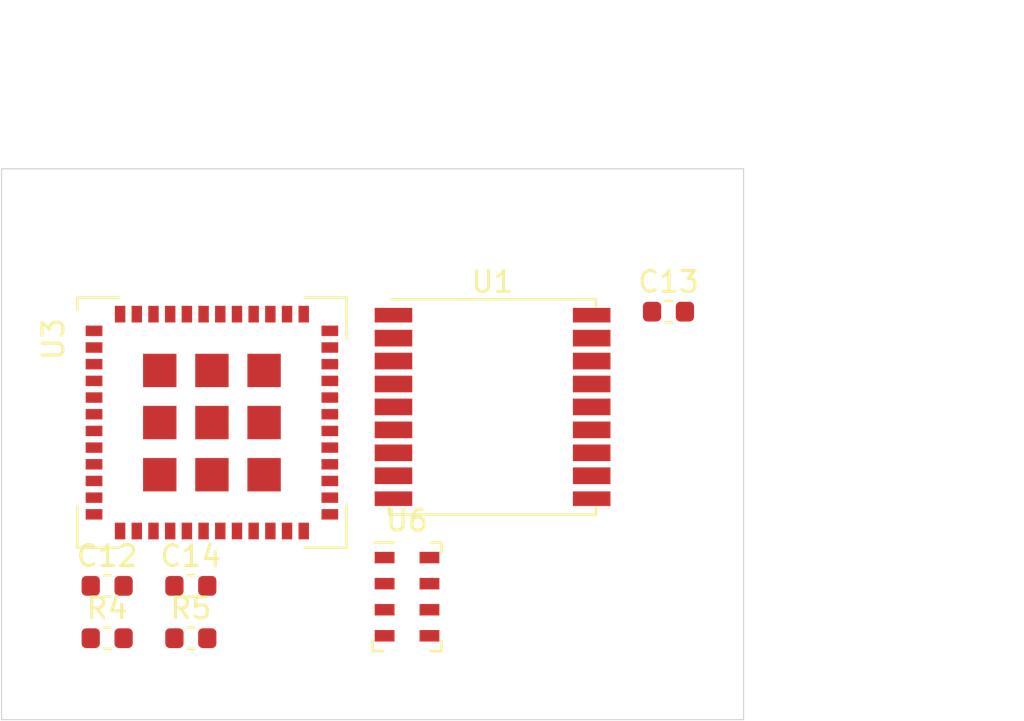
<source format=kicad_pcb>
(kicad_pcb (version 20171130) (host pcbnew "(5.1.2)-1")

  (general
    (thickness 1.6)
    (drawings 6)
    (tracks 0)
    (zones 0)
    (modules 8)
    (nets 49)
  )

  (page A3)
  (title_block
    (title "PCB for Lora Pico Tracker")
    (date 2019-10-21)
    (company "Imperial College Space Society")
    (comment 1 "Richard Ibbotson, Medad Newman")
  )

  (layers
    (0 F.Cu signal)
    (31 B.Cu signal)
    (32 B.Adhes user)
    (33 F.Adhes user)
    (34 B.Paste user)
    (35 F.Paste user)
    (36 B.SilkS user)
    (37 F.SilkS user)
    (38 B.Mask user)
    (39 F.Mask user)
    (40 Dwgs.User user)
    (41 Cmts.User user)
    (42 Eco1.User user)
    (43 Eco2.User user)
    (44 Edge.Cuts user)
    (45 Margin user)
    (46 B.CrtYd user)
    (47 F.CrtYd user)
    (48 B.Fab user)
    (49 F.Fab user)
  )

  (setup
    (last_trace_width 0.25)
    (user_trace_width 0.2)
    (user_trace_width 0.25)
    (user_trace_width 0.2933)
    (user_trace_width 0.4)
    (user_trace_width 2)
    (user_trace_width 2.54)
    (user_trace_width 5)
    (trace_clearance 0.2)
    (zone_clearance 0.508)
    (zone_45_only yes)
    (trace_min 0.2)
    (via_size 0.8)
    (via_drill 0.4)
    (via_min_size 0.4)
    (via_min_drill 0.3)
    (uvia_size 0.3)
    (uvia_drill 0.1)
    (uvias_allowed no)
    (uvia_min_size 0.2)
    (uvia_min_drill 0.1)
    (edge_width 0.05)
    (segment_width 0.2)
    (pcb_text_width 0.3)
    (pcb_text_size 1.5 1.5)
    (mod_edge_width 0.12)
    (mod_text_size 1 1)
    (mod_text_width 0.15)
    (pad_size 0.55 0.35)
    (pad_drill 0)
    (pad_to_mask_clearance 0.051)
    (solder_mask_min_width 0.25)
    (aux_axis_origin 0 0)
    (visible_elements 7FFFFFFF)
    (pcbplotparams
      (layerselection 0x3ffff_ffffffff)
      (usegerberextensions false)
      (usegerberattributes false)
      (usegerberadvancedattributes false)
      (creategerberjobfile false)
      (excludeedgelayer true)
      (linewidth 0.100000)
      (plotframeref false)
      (viasonmask false)
      (mode 1)
      (useauxorigin false)
      (hpglpennumber 1)
      (hpglpenspeed 20)
      (hpglpendiameter 15.000000)
      (psnegative false)
      (psa4output false)
      (plotreference true)
      (plotvalue true)
      (plotinvisibletext false)
      (padsonsilk false)
      (subtractmaskfromsilk false)
      (outputformat 1)
      (mirror false)
      (drillshape 0)
      (scaleselection 1)
      (outputdirectory "D:/Long term storage and temp/dead weight program downloads/Flight computer V1.1 gerbers/"))
  )

  (net 0 "")
  (net 1 GND)
  (net 2 +3V3)
  (net 3 "Net-(C9-Pad1)")
  (net 4 "Net-(U3-Pad20)")
  (net 5 "Net-(U3-Pad19)")
  (net 6 "Net-(U1-Pad13)")
  (net 7 /I2C1_SDA)
  (net 8 /I2C1_SCL)
  (net 9 "Net-(U1-Pad2)")
  (net 10 "Net-(U1-Pad3)")
  (net 11 "Net-(AE2-Pad1)")
  (net 12 "Net-(U1-Pad14)")
  (net 13 "Net-(U1-Pad15)")
  (net 14 "Net-(U3-Pad38)")
  (net 15 "Net-(U3-Pad24)")
  (net 16 "Net-(U3-Pad23)")
  (net 17 "Net-(U3-Pad22)")
  (net 18 "Net-(U3-Pad21)")
  (net 19 "Net-(U3-Pad18)")
  (net 20 "Net-(U3-Pad13)")
  (net 21 "Net-(U3-Pad12)")
  (net 22 /SWDIO)
  (net 23 "Net-(U3-Pad40)")
  (net 24 "Net-(U3-Pad39)")
  (net 25 "Net-(U3-Pad37)")
  (net 26 /RESET)
  (net 27 "Net-(U3-Pad33)")
  (net 28 "Net-(U3-Pad32)")
  (net 29 "Net-(U3-Pad31)")
  (net 30 "Net-(U3-Pad30)")
  (net 31 "Net-(U3-Pad29)")
  (net 32 "Net-(U3-Pad28)")
  (net 33 "Net-(U3-Pad11)")
  (net 34 "Net-(U3-Pad10)")
  (net 35 "Net-(U3-Pad9)")
  (net 36 "Net-(U3-Pad8)")
  (net 37 "Net-(U3-Pad2)")
  (net 38 /VDD_TCXO)
  (net 39 /SWCLK)
  (net 40 "Net-(R3-Pad1)")
  (net 41 "Net-(U3-Pad45)")
  (net 42 "Net-(U3-Pad46)")
  (net 43 "Net-(U3-Pad47)")
  (net 44 "Net-(U6-Pad6)")
  (net 45 /GPS_TIMEPULSE)
  (net 46 /GPS_EXTINT)
  (net 47 /GPS_SAFEBOOT)
  (net 48 "Net-(U3-Pad1)")

  (net_class Default "This is the default net class."
    (clearance 0.2)
    (trace_width 0.25)
    (via_dia 0.8)
    (via_drill 0.4)
    (uvia_dia 0.3)
    (uvia_drill 0.1)
    (add_net +3V3)
    (add_net /GPS_EXTINT)
    (add_net /GPS_SAFEBOOT)
    (add_net /GPS_TIMEPULSE)
    (add_net /I2C1_SCL)
    (add_net /I2C1_SDA)
    (add_net /RESET)
    (add_net /SWCLK)
    (add_net /SWDIO)
    (add_net /VDD_TCXO)
    (add_net GND)
    (add_net "Net-(AE2-Pad1)")
    (add_net "Net-(C9-Pad1)")
    (add_net "Net-(R3-Pad1)")
    (add_net "Net-(U1-Pad13)")
    (add_net "Net-(U1-Pad14)")
    (add_net "Net-(U1-Pad15)")
    (add_net "Net-(U1-Pad2)")
    (add_net "Net-(U1-Pad3)")
    (add_net "Net-(U3-Pad1)")
    (add_net "Net-(U3-Pad10)")
    (add_net "Net-(U3-Pad11)")
    (add_net "Net-(U3-Pad12)")
    (add_net "Net-(U3-Pad13)")
    (add_net "Net-(U3-Pad18)")
    (add_net "Net-(U3-Pad19)")
    (add_net "Net-(U3-Pad2)")
    (add_net "Net-(U3-Pad20)")
    (add_net "Net-(U3-Pad21)")
    (add_net "Net-(U3-Pad22)")
    (add_net "Net-(U3-Pad23)")
    (add_net "Net-(U3-Pad24)")
    (add_net "Net-(U3-Pad28)")
    (add_net "Net-(U3-Pad29)")
    (add_net "Net-(U3-Pad30)")
    (add_net "Net-(U3-Pad31)")
    (add_net "Net-(U3-Pad32)")
    (add_net "Net-(U3-Pad33)")
    (add_net "Net-(U3-Pad37)")
    (add_net "Net-(U3-Pad38)")
    (add_net "Net-(U3-Pad39)")
    (add_net "Net-(U3-Pad40)")
    (add_net "Net-(U3-Pad45)")
    (add_net "Net-(U3-Pad46)")
    (add_net "Net-(U3-Pad47)")
    (add_net "Net-(U3-Pad8)")
    (add_net "Net-(U3-Pad9)")
    (add_net "Net-(U6-Pad6)")
  )

  (net_class FETs ""
    (clearance 0.2)
    (trace_width 2)
    (via_dia 0.8)
    (via_drill 0.4)
    (uvia_dia 0.3)
    (uvia_drill 0.1)
  )

  (net_class Power ""
    (clearance 0.2)
    (trace_width 2)
    (via_dia 0.8)
    (via_drill 0.4)
    (uvia_dia 0.3)
    (uvia_drill 0.1)
  )

  (net_class sense ""
    (clearance 0.2)
    (trace_width 0.25)
    (via_dia 0.8)
    (via_drill 0.4)
    (uvia_dia 0.3)
    (uvia_drill 0.1)
  )

  (module Capacitor_SMD:C_0603_1608Metric (layer F.Cu) (tedit 5B301BBE) (tstamp 5DAD1ED6)
    (at 162.541001 135.825001)
    (descr "Capacitor SMD 0603 (1608 Metric), square (rectangular) end terminal, IPC_7351 nominal, (Body size source: http://www.tortai-tech.com/upload/download/2011102023233369053.pdf), generated with kicad-footprint-generator")
    (tags capacitor)
    (path /5DC841CA)
    (attr smd)
    (fp_text reference C12 (at 0 -1.43) (layer F.SilkS)
      (effects (font (size 1 1) (thickness 0.15)))
    )
    (fp_text value 100nF (at 0 1.43) (layer F.Fab)
      (effects (font (size 1 1) (thickness 0.15)))
    )
    (fp_text user %R (at 0 0) (layer F.Fab)
      (effects (font (size 0.4 0.4) (thickness 0.06)))
    )
    (fp_line (start 1.48 0.73) (end -1.48 0.73) (layer F.CrtYd) (width 0.05))
    (fp_line (start 1.48 -0.73) (end 1.48 0.73) (layer F.CrtYd) (width 0.05))
    (fp_line (start -1.48 -0.73) (end 1.48 -0.73) (layer F.CrtYd) (width 0.05))
    (fp_line (start -1.48 0.73) (end -1.48 -0.73) (layer F.CrtYd) (width 0.05))
    (fp_line (start -0.162779 0.51) (end 0.162779 0.51) (layer F.SilkS) (width 0.12))
    (fp_line (start -0.162779 -0.51) (end 0.162779 -0.51) (layer F.SilkS) (width 0.12))
    (fp_line (start 0.8 0.4) (end -0.8 0.4) (layer F.Fab) (width 0.1))
    (fp_line (start 0.8 -0.4) (end 0.8 0.4) (layer F.Fab) (width 0.1))
    (fp_line (start -0.8 -0.4) (end 0.8 -0.4) (layer F.Fab) (width 0.1))
    (fp_line (start -0.8 0.4) (end -0.8 -0.4) (layer F.Fab) (width 0.1))
    (pad 2 smd roundrect (at 0.7875 0) (size 0.875 0.95) (layers F.Cu F.Paste F.Mask) (roundrect_rratio 0.25)
      (net 1 GND))
    (pad 1 smd roundrect (at -0.7875 0) (size 0.875 0.95) (layers F.Cu F.Paste F.Mask) (roundrect_rratio 0.25)
      (net 2 +3V3))
    (model ${KISYS3DMOD}/Capacitor_SMD.3dshapes/C_0603_1608Metric.wrl
      (at (xyz 0 0 0))
      (scale (xyz 1 1 1))
      (rotate (xyz 0 0 0))
    )
  )

  (module Capacitor_SMD:C_0603_1608Metric (layer F.Cu) (tedit 5B301BBE) (tstamp 5DAD1EE7)
    (at 189.441001 122.675001)
    (descr "Capacitor SMD 0603 (1608 Metric), square (rectangular) end terminal, IPC_7351 nominal, (Body size source: http://www.tortai-tech.com/upload/download/2011102023233369053.pdf), generated with kicad-footprint-generator")
    (tags capacitor)
    (path /5DC841D3)
    (attr smd)
    (fp_text reference C13 (at 0 -1.43) (layer F.SilkS)
      (effects (font (size 1 1) (thickness 0.15)))
    )
    (fp_text value 10uF (at 0 1.43) (layer F.Fab)
      (effects (font (size 1 1) (thickness 0.15)))
    )
    (fp_line (start -0.8 0.4) (end -0.8 -0.4) (layer F.Fab) (width 0.1))
    (fp_line (start -0.8 -0.4) (end 0.8 -0.4) (layer F.Fab) (width 0.1))
    (fp_line (start 0.8 -0.4) (end 0.8 0.4) (layer F.Fab) (width 0.1))
    (fp_line (start 0.8 0.4) (end -0.8 0.4) (layer F.Fab) (width 0.1))
    (fp_line (start -0.162779 -0.51) (end 0.162779 -0.51) (layer F.SilkS) (width 0.12))
    (fp_line (start -0.162779 0.51) (end 0.162779 0.51) (layer F.SilkS) (width 0.12))
    (fp_line (start -1.48 0.73) (end -1.48 -0.73) (layer F.CrtYd) (width 0.05))
    (fp_line (start -1.48 -0.73) (end 1.48 -0.73) (layer F.CrtYd) (width 0.05))
    (fp_line (start 1.48 -0.73) (end 1.48 0.73) (layer F.CrtYd) (width 0.05))
    (fp_line (start 1.48 0.73) (end -1.48 0.73) (layer F.CrtYd) (width 0.05))
    (fp_text user %R (at 0 0) (layer F.Fab)
      (effects (font (size 0.4 0.4) (thickness 0.06)))
    )
    (pad 1 smd roundrect (at -0.7875 0) (size 0.875 0.95) (layers F.Cu F.Paste F.Mask) (roundrect_rratio 0.25)
      (net 2 +3V3))
    (pad 2 smd roundrect (at 0.7875 0) (size 0.875 0.95) (layers F.Cu F.Paste F.Mask) (roundrect_rratio 0.25)
      (net 1 GND))
    (model ${KISYS3DMOD}/Capacitor_SMD.3dshapes/C_0603_1608Metric.wrl
      (at (xyz 0 0 0))
      (scale (xyz 1 1 1))
      (rotate (xyz 0 0 0))
    )
  )

  (module Capacitor_SMD:C_0603_1608Metric (layer F.Cu) (tedit 5B301BBE) (tstamp 5DAD1EF8)
    (at 166.551001 135.825001)
    (descr "Capacitor SMD 0603 (1608 Metric), square (rectangular) end terminal, IPC_7351 nominal, (Body size source: http://www.tortai-tech.com/upload/download/2011102023233369053.pdf), generated with kicad-footprint-generator")
    (tags capacitor)
    (path /5DC84133)
    (attr smd)
    (fp_text reference C14 (at 0 -1.43) (layer F.SilkS)
      (effects (font (size 1 1) (thickness 0.15)))
    )
    (fp_text value 220nF (at 0 1.43) (layer F.Fab)
      (effects (font (size 1 1) (thickness 0.15)))
    )
    (fp_line (start -0.8 0.4) (end -0.8 -0.4) (layer F.Fab) (width 0.1))
    (fp_line (start -0.8 -0.4) (end 0.8 -0.4) (layer F.Fab) (width 0.1))
    (fp_line (start 0.8 -0.4) (end 0.8 0.4) (layer F.Fab) (width 0.1))
    (fp_line (start 0.8 0.4) (end -0.8 0.4) (layer F.Fab) (width 0.1))
    (fp_line (start -0.162779 -0.51) (end 0.162779 -0.51) (layer F.SilkS) (width 0.12))
    (fp_line (start -0.162779 0.51) (end 0.162779 0.51) (layer F.SilkS) (width 0.12))
    (fp_line (start -1.48 0.73) (end -1.48 -0.73) (layer F.CrtYd) (width 0.05))
    (fp_line (start -1.48 -0.73) (end 1.48 -0.73) (layer F.CrtYd) (width 0.05))
    (fp_line (start 1.48 -0.73) (end 1.48 0.73) (layer F.CrtYd) (width 0.05))
    (fp_line (start 1.48 0.73) (end -1.48 0.73) (layer F.CrtYd) (width 0.05))
    (fp_text user %R (at 0 0) (layer F.Fab)
      (effects (font (size 0.4 0.4) (thickness 0.06)))
    )
    (pad 1 smd roundrect (at -0.7875 0) (size 0.875 0.95) (layers F.Cu F.Paste F.Mask) (roundrect_rratio 0.25)
      (net 2 +3V3))
    (pad 2 smd roundrect (at 0.7875 0) (size 0.875 0.95) (layers F.Cu F.Paste F.Mask) (roundrect_rratio 0.25)
      (net 1 GND))
    (model ${KISYS3DMOD}/Capacitor_SMD.3dshapes/C_0603_1608Metric.wrl
      (at (xyz 0 0 0))
      (scale (xyz 1 1 1))
      (rotate (xyz 0 0 0))
    )
  )

  (module Resistor_SMD:R_0603_1608Metric (layer F.Cu) (tedit 5B301BBD) (tstamp 5DAD1F09)
    (at 162.541001 138.335001)
    (descr "Resistor SMD 0603 (1608 Metric), square (rectangular) end terminal, IPC_7351 nominal, (Body size source: http://www.tortai-tech.com/upload/download/2011102023233369053.pdf), generated with kicad-footprint-generator")
    (tags resistor)
    (path /5DC84150)
    (attr smd)
    (fp_text reference R4 (at 0 -1.43) (layer F.SilkS)
      (effects (font (size 1 1) (thickness 0.15)))
    )
    (fp_text value 4.7K (at 0 1.43) (layer F.Fab)
      (effects (font (size 1 1) (thickness 0.15)))
    )
    (fp_line (start -0.8 0.4) (end -0.8 -0.4) (layer F.Fab) (width 0.1))
    (fp_line (start -0.8 -0.4) (end 0.8 -0.4) (layer F.Fab) (width 0.1))
    (fp_line (start 0.8 -0.4) (end 0.8 0.4) (layer F.Fab) (width 0.1))
    (fp_line (start 0.8 0.4) (end -0.8 0.4) (layer F.Fab) (width 0.1))
    (fp_line (start -0.162779 -0.51) (end 0.162779 -0.51) (layer F.SilkS) (width 0.12))
    (fp_line (start -0.162779 0.51) (end 0.162779 0.51) (layer F.SilkS) (width 0.12))
    (fp_line (start -1.48 0.73) (end -1.48 -0.73) (layer F.CrtYd) (width 0.05))
    (fp_line (start -1.48 -0.73) (end 1.48 -0.73) (layer F.CrtYd) (width 0.05))
    (fp_line (start 1.48 -0.73) (end 1.48 0.73) (layer F.CrtYd) (width 0.05))
    (fp_line (start 1.48 0.73) (end -1.48 0.73) (layer F.CrtYd) (width 0.05))
    (fp_text user %R (at 0 0) (layer F.Fab)
      (effects (font (size 0.4 0.4) (thickness 0.06)))
    )
    (pad 1 smd roundrect (at -0.7875 0) (size 0.875 0.95) (layers F.Cu F.Paste F.Mask) (roundrect_rratio 0.25)
      (net 2 +3V3))
    (pad 2 smd roundrect (at 0.7875 0) (size 0.875 0.95) (layers F.Cu F.Paste F.Mask) (roundrect_rratio 0.25)
      (net 7 /I2C1_SDA))
    (model ${KISYS3DMOD}/Resistor_SMD.3dshapes/R_0603_1608Metric.wrl
      (at (xyz 0 0 0))
      (scale (xyz 1 1 1))
      (rotate (xyz 0 0 0))
    )
  )

  (module Resistor_SMD:R_0603_1608Metric (layer F.Cu) (tedit 5B301BBD) (tstamp 5DAD1F1A)
    (at 166.551001 138.335001)
    (descr "Resistor SMD 0603 (1608 Metric), square (rectangular) end terminal, IPC_7351 nominal, (Body size source: http://www.tortai-tech.com/upload/download/2011102023233369053.pdf), generated with kicad-footprint-generator")
    (tags resistor)
    (path /5DC8415A)
    (attr smd)
    (fp_text reference R5 (at 0 -1.43) (layer F.SilkS)
      (effects (font (size 1 1) (thickness 0.15)))
    )
    (fp_text value 4.7K (at 0 1.43) (layer F.Fab)
      (effects (font (size 1 1) (thickness 0.15)))
    )
    (fp_text user %R (at 0 0) (layer F.Fab)
      (effects (font (size 0.4 0.4) (thickness 0.06)))
    )
    (fp_line (start 1.48 0.73) (end -1.48 0.73) (layer F.CrtYd) (width 0.05))
    (fp_line (start 1.48 -0.73) (end 1.48 0.73) (layer F.CrtYd) (width 0.05))
    (fp_line (start -1.48 -0.73) (end 1.48 -0.73) (layer F.CrtYd) (width 0.05))
    (fp_line (start -1.48 0.73) (end -1.48 -0.73) (layer F.CrtYd) (width 0.05))
    (fp_line (start -0.162779 0.51) (end 0.162779 0.51) (layer F.SilkS) (width 0.12))
    (fp_line (start -0.162779 -0.51) (end 0.162779 -0.51) (layer F.SilkS) (width 0.12))
    (fp_line (start 0.8 0.4) (end -0.8 0.4) (layer F.Fab) (width 0.1))
    (fp_line (start 0.8 -0.4) (end 0.8 0.4) (layer F.Fab) (width 0.1))
    (fp_line (start -0.8 -0.4) (end 0.8 -0.4) (layer F.Fab) (width 0.1))
    (fp_line (start -0.8 0.4) (end -0.8 -0.4) (layer F.Fab) (width 0.1))
    (pad 2 smd roundrect (at 0.7875 0) (size 0.875 0.95) (layers F.Cu F.Paste F.Mask) (roundrect_rratio 0.25)
      (net 8 /I2C1_SCL))
    (pad 1 smd roundrect (at -0.7875 0) (size 0.875 0.95) (layers F.Cu F.Paste F.Mask) (roundrect_rratio 0.25)
      (net 2 +3V3))
    (model ${KISYS3DMOD}/Resistor_SMD.3dshapes/R_0603_1608Metric.wrl
      (at (xyz 0 0 0))
      (scale (xyz 1 1 1))
      (rotate (xyz 0 0 0))
    )
  )

  (module RF_GPS:ublox_MAX (layer F.Cu) (tedit 5C292BD2) (tstamp 5DAD1F40)
    (at 181.011001 127.245001)
    (descr "ublox MAX 6/7/8, (https://www.u-blox.com/sites/default/files/MAX-8-M8-FW3_HardwareIntegrationManual_%28UBX-15030059%29.pdf)")
    (tags "GPS ublox MAX 6/7/8")
    (path /5DDCC018)
    (attr smd)
    (fp_text reference U1 (at 0 -6) (layer F.SilkS)
      (effects (font (size 1 1) (thickness 0.15)))
    )
    (fp_text value MAX-M8C (at 0 1.5) (layer F.Fab)
      (effects (font (size 1 1) (thickness 0.15)))
    )
    (fp_text user %R (at 0 0) (layer F.Fab)
      (effects (font (size 1 1) (thickness 0.15)))
    )
    (fp_line (start -4.85 -5.05) (end -4.85 5.05) (layer F.Fab) (width 0.1))
    (fp_line (start 4.85 -5.05) (end 4.85 5.05) (layer F.Fab) (width 0.1))
    (fp_line (start -4.85 -5.05) (end 4.85 -5.05) (layer F.Fab) (width 0.1))
    (fp_line (start -4.85 5.05) (end 4.85 5.05) (layer F.Fab) (width 0.1))
    (fp_line (start -4.85 -5.16) (end 4.96 -5.16) (layer F.SilkS) (width 0.12))
    (fp_line (start -4.96 5.16) (end 4.96 5.16) (layer F.SilkS) (width 0.12))
    (fp_line (start 4.96 4.82) (end 4.96 5.16) (layer F.SilkS) (width 0.12))
    (fp_line (start -4.96 4.82) (end -4.96 5.16) (layer F.SilkS) (width 0.12))
    (fp_line (start 4.96 -5.16) (end 4.96 -4.82) (layer F.SilkS) (width 0.12))
    (fp_line (start -5.9 -5.3) (end -5.9 5.3) (layer F.CrtYd) (width 0.05))
    (fp_line (start -5.9 5.3) (end 5.9 5.3) (layer F.CrtYd) (width 0.05))
    (fp_line (start 5.9 -5.3) (end 5.9 5.3) (layer F.CrtYd) (width 0.05))
    (fp_line (start -5.9 -5.3) (end 5.9 -5.3) (layer F.CrtYd) (width 0.05))
    (fp_line (start -3.85 -4.4) (end -4.85 -4.05) (layer F.Fab) (width 0.1))
    (fp_line (start -4.85 -4.75) (end -3.85 -4.4) (layer F.Fab) (width 0.1))
    (pad 1 smd rect (at -4.75 -4.4) (size 1.8 0.7) (layers F.Cu F.Paste F.Mask)
      (net 1 GND))
    (pad 2 smd rect (at -4.75 -3.3) (size 1.8 0.8) (layers F.Cu F.Paste F.Mask)
      (net 9 "Net-(U1-Pad2)"))
    (pad 3 smd rect (at -4.75 -2.2) (size 1.8 0.8) (layers F.Cu F.Paste F.Mask)
      (net 10 "Net-(U1-Pad3)"))
    (pad 4 smd rect (at -4.75 -1.1) (size 1.8 0.8) (layers F.Cu F.Paste F.Mask)
      (net 45 /GPS_TIMEPULSE))
    (pad 5 smd rect (at -4.75 0) (size 1.8 0.8) (layers F.Cu F.Paste F.Mask)
      (net 46 /GPS_EXTINT))
    (pad 6 smd rect (at -4.75 1.1) (size 1.8 0.8) (layers F.Cu F.Paste F.Mask)
      (net 2 +3V3))
    (pad 7 smd rect (at -4.75 2.2) (size 1.8 0.8) (layers F.Cu F.Paste F.Mask)
      (net 2 +3V3))
    (pad 8 smd rect (at -4.75 3.3) (size 1.8 0.8) (layers F.Cu F.Paste F.Mask)
      (net 2 +3V3))
    (pad 9 smd rect (at -4.75 4.4) (size 1.8 0.7) (layers F.Cu F.Paste F.Mask)
      (net 2 +3V3))
    (pad 10 smd rect (at 4.75 4.4) (size 1.8 0.7) (layers F.Cu F.Paste F.Mask)
      (net 1 GND))
    (pad 11 smd rect (at 4.75 3.3) (size 1.8 0.8) (layers F.Cu F.Paste F.Mask)
      (net 11 "Net-(AE2-Pad1)"))
    (pad 12 smd rect (at 4.75 2.2) (size 1.8 0.8) (layers F.Cu F.Paste F.Mask)
      (net 1 GND))
    (pad 13 smd rect (at 4.75 1.1) (size 1.8 0.8) (layers F.Cu F.Paste F.Mask)
      (net 6 "Net-(U1-Pad13)"))
    (pad 14 smd rect (at 4.75 0) (size 1.8 0.8) (layers F.Cu F.Paste F.Mask)
      (net 12 "Net-(U1-Pad14)"))
    (pad 15 smd rect (at 4.75 -1.1) (size 1.8 0.8) (layers F.Cu F.Paste F.Mask)
      (net 13 "Net-(U1-Pad15)"))
    (pad 16 smd rect (at 4.75 -2.2) (size 1.8 0.8) (layers F.Cu F.Paste F.Mask)
      (net 7 /I2C1_SDA))
    (pad 17 smd rect (at 4.75 -3.3) (size 1.8 0.8) (layers F.Cu F.Paste F.Mask)
      (net 8 /I2C1_SCL))
    (pad 18 smd rect (at 4.75 -4.4) (size 1.8 0.7) (layers F.Cu F.Paste F.Mask)
      (net 47 /GPS_SAFEBOOT))
    (model ${KISYS3DMOD}/RF_GPS.3dshapes/ublox_MAX.wrl
      (at (xyz 0 0 0))
      (scale (xyz 1 1 1))
      (rotate (xyz 0 0 0))
    )
  )

  (module RF_Module:CMWX1ZZABZ (layer F.Cu) (tedit 5C444AF1) (tstamp 5DAD1F8F)
    (at 167.561001 127.995001)
    (descr https://wireless.murata.com/RFM/data/type_abz.pdf)
    (tags "iot lora sigfox")
    (path /5DC84013)
    (attr smd)
    (fp_text reference U3 (at -7.6 -4 270) (layer F.SilkS)
      (effects (font (size 1 1) (thickness 0.15)))
    )
    (fp_text value CMWX1ZZABZ-078 (at 0 7.2) (layer F.Fab)
      (effects (font (size 1 1) (thickness 0.15)))
    )
    (fp_line (start -6.45 4) (end -6.45 6) (layer F.SilkS) (width 0.12))
    (fp_line (start -6.45 6) (end -4.45 6) (layer F.SilkS) (width 0.12))
    (fp_line (start 6.45 4) (end 6.45 6) (layer F.SilkS) (width 0.12))
    (fp_line (start 4.45 6) (end 6.45 6) (layer F.SilkS) (width 0.12))
    (fp_line (start -6.45 -6) (end -6.45 -5.4) (layer F.SilkS) (width 0.12))
    (fp_line (start -6.45 -6) (end -4.45 -6) (layer F.SilkS) (width 0.12))
    (fp_line (start 4.45 -6) (end 6.45 -6) (layer F.SilkS) (width 0.12))
    (fp_line (start 6.45 -6) (end 6.45 -4) (layer F.SilkS) (width 0.12))
    (fp_line (start -5.25 -5.8) (end 6.25 -5.8) (layer F.Fab) (width 0.1))
    (fp_line (start 6.25 -5.8) (end 6.25 5.8) (layer F.Fab) (width 0.1))
    (fp_line (start -6.25 5.8) (end 6.25 5.8) (layer F.Fab) (width 0.1))
    (fp_line (start -6.25 -4.8) (end -6.25 5.8) (layer F.Fab) (width 0.1))
    (fp_line (start -5.25 -5.8) (end -6.25 -4.8) (layer F.Fab) (width 0.1))
    (fp_line (start -6.5 6.05) (end 6.5 6.05) (layer F.CrtYd) (width 0.05))
    (fp_line (start -6.5 6.05) (end -6.5 -6.05) (layer F.CrtYd) (width 0.05))
    (fp_line (start -6.5 -6.05) (end 6.5 -6.05) (layer F.CrtYd) (width 0.05))
    (fp_line (start 6.5 -6.05) (end 6.5 6.05) (layer F.CrtYd) (width 0.05))
    (fp_text user %R (at 0 0) (layer F.Fab)
      (effects (font (size 1 1) (thickness 0.15)))
    )
    (pad 38 smd rect (at 3.6 -5.2 90) (size 0.8 0.5) (layers F.Cu F.Paste F.Mask)
      (net 14 "Net-(U3-Pad38)"))
    (pad 26 smd rect (at 5.65 3.6) (size 0.8 0.5) (layers F.Cu F.Paste F.Mask)
      (net 3 "Net-(C9-Pad1)"))
    (pad 25 smd rect (at 5.65 4.4) (size 0.8 0.5) (layers F.Cu F.Paste F.Mask)
      (net 1 GND))
    (pad 24 smd rect (at 4.4 5.2 270) (size 0.8 0.5) (layers F.Cu F.Paste F.Mask)
      (net 15 "Net-(U3-Pad24)"))
    (pad 23 smd rect (at 3.6 5.2 270) (size 0.8 0.5) (layers F.Cu F.Paste F.Mask)
      (net 16 "Net-(U3-Pad23)"))
    (pad 22 smd rect (at 2.8 5.2 270) (size 0.8 0.5) (layers F.Cu F.Paste F.Mask)
      (net 17 "Net-(U3-Pad22)"))
    (pad 21 smd rect (at 2 5.2 270) (size 0.8 0.5) (layers F.Cu F.Paste F.Mask)
      (net 18 "Net-(U3-Pad21)"))
    (pad 20 smd rect (at 1.2 5.2 270) (size 0.8 0.5) (layers F.Cu F.Paste F.Mask)
      (net 4 "Net-(U3-Pad20)"))
    (pad 19 smd rect (at 0.4 5.2 90) (size 0.8 0.5) (layers F.Cu F.Paste F.Mask)
      (net 5 "Net-(U3-Pad19)"))
    (pad 18 smd rect (at -0.4 5.2 90) (size 0.8 0.5) (layers F.Cu F.Paste F.Mask)
      (net 19 "Net-(U3-Pad18)"))
    (pad 17 smd rect (at -1.2 5.2 90) (size 0.8 0.5) (layers F.Cu F.Paste F.Mask)
      (net 47 /GPS_SAFEBOOT))
    (pad 16 smd rect (at -2 5.2 90) (size 0.8 0.5) (layers F.Cu F.Paste F.Mask)
      (net 46 /GPS_EXTINT))
    (pad 15 smd rect (at -2.8 5.2 90) (size 0.8 0.5) (layers F.Cu F.Paste F.Mask)
      (net 38 /VDD_TCXO))
    (pad 14 smd rect (at -3.6 5.2 90) (size 0.8 0.5) (layers F.Cu F.Paste F.Mask)
      (net 45 /GPS_TIMEPULSE))
    (pad 13 smd rect (at -4.4 5.2 90) (size 0.8 0.5) (layers F.Cu F.Paste F.Mask)
      (net 20 "Net-(U3-Pad13)"))
    (pad 12 smd rect (at -5.65 4.4) (size 0.8 0.5) (layers F.Cu F.Paste F.Mask)
      (net 21 "Net-(U3-Pad12)"))
    (pad 41 smd rect (at 1.2 -5.2 90) (size 0.8 0.5) (layers F.Cu F.Paste F.Mask)
      (net 22 /SWDIO))
    (pad 40 smd rect (at 2 -5.2 90) (size 0.8 0.5) (layers F.Cu F.Paste F.Mask)
      (net 23 "Net-(U3-Pad40)"))
    (pad 39 smd rect (at 2.8 -5.2 90) (size 0.8 0.5) (layers F.Cu F.Paste F.Mask)
      (net 24 "Net-(U3-Pad39)"))
    (pad 37 smd rect (at 4.4 -5.2 90) (size 0.8 0.5) (layers F.Cu F.Paste F.Mask)
      (net 25 "Net-(U3-Pad37)"))
    (pad 36 smd rect (at 5.65 -4.4) (size 0.8 0.5) (layers F.Cu F.Paste F.Mask)
      (net 7 /I2C1_SDA))
    (pad 35 smd rect (at 5.65 -3.6) (size 0.8 0.5) (layers F.Cu F.Paste F.Mask)
      (net 8 /I2C1_SCL))
    (pad 34 smd rect (at 5.65 -2.8) (size 0.8 0.5) (layers F.Cu F.Paste F.Mask)
      (net 26 /RESET))
    (pad 33 smd rect (at 5.65 -2) (size 0.8 0.5) (layers F.Cu F.Paste F.Mask)
      (net 27 "Net-(U3-Pad33)"))
    (pad 32 smd rect (at 5.65 -1.2) (size 0.8 0.5) (layers F.Cu F.Paste F.Mask)
      (net 28 "Net-(U3-Pad32)"))
    (pad 31 smd rect (at 5.65 -0.4) (size 0.8 0.5) (layers F.Cu F.Paste F.Mask)
      (net 29 "Net-(U3-Pad31)"))
    (pad 30 smd rect (at 5.65 0.4) (size 0.8 0.5) (layers F.Cu F.Paste F.Mask)
      (net 30 "Net-(U3-Pad30)"))
    (pad 29 smd rect (at 5.65 1.2) (size 0.8 0.5) (layers F.Cu F.Paste F.Mask)
      (net 31 "Net-(U3-Pad29)"))
    (pad 28 smd rect (at 5.65 2) (size 0.8 0.5) (layers F.Cu F.Paste F.Mask)
      (net 32 "Net-(U3-Pad28)"))
    (pad 27 smd rect (at 5.65 2.8) (size 0.8 0.5) (layers F.Cu F.Paste F.Mask)
      (net 1 GND))
    (pad 11 smd rect (at -5.65 3.6) (size 0.8 0.5) (layers F.Cu F.Paste F.Mask)
      (net 33 "Net-(U3-Pad11)"))
    (pad 10 smd rect (at -5.65 2.8) (size 0.8 0.5) (layers F.Cu F.Paste F.Mask)
      (net 34 "Net-(U3-Pad10)"))
    (pad 9 smd rect (at -5.65 2) (size 0.8 0.5) (layers F.Cu F.Paste F.Mask)
      (net 35 "Net-(U3-Pad9)"))
    (pad 8 smd rect (at -5.65 1.2) (size 0.8 0.5) (layers F.Cu F.Paste F.Mask)
      (net 36 "Net-(U3-Pad8)"))
    (pad 7 smd rect (at -5.65 0.4) (size 0.8 0.5) (layers F.Cu F.Paste F.Mask)
      (net 1 GND))
    (pad 6 smd rect (at -5.65 -0.4) (size 0.8 0.5) (layers F.Cu F.Paste F.Mask)
      (net 2 +3V3))
    (pad 5 smd rect (at -5.65 -1.2) (size 0.8 0.5) (layers F.Cu F.Paste F.Mask)
      (net 2 +3V3))
    (pad 4 smd rect (at -5.65 -2) (size 0.8 0.5) (layers F.Cu F.Paste F.Mask)
      (net 2 +3V3))
    (pad 3 smd rect (at -5.65 -2.8) (size 0.8 0.5) (layers F.Cu F.Paste F.Mask)
      (net 1 GND))
    (pad 2 smd rect (at -5.65 -3.6) (size 0.8 0.5) (layers F.Cu F.Paste F.Mask)
      (net 37 "Net-(U3-Pad2)"))
    (pad 1 smd rect (at -5.65 -4.4) (size 0.8 0.5) (layers F.Cu F.Paste F.Mask)
      (net 48 "Net-(U3-Pad1)"))
    (pad 42 smd rect (at 0.4 -5.2 90) (size 0.8 0.5) (layers F.Cu F.Paste F.Mask)
      (net 39 /SWCLK))
    (pad 43 smd rect (at -0.4 -5.2 90) (size 0.8 0.5) (layers F.Cu F.Paste F.Mask)
      (net 40 "Net-(R3-Pad1)"))
    (pad 44 smd rect (at -1.2 -5.2 90) (size 0.8 0.5) (layers F.Cu F.Paste F.Mask)
      (net 1 GND))
    (pad 45 smd rect (at -2 -5.2 90) (size 0.8 0.5) (layers F.Cu F.Paste F.Mask)
      (net 41 "Net-(U3-Pad45)"))
    (pad 46 smd rect (at -2.8 -5.2 90) (size 0.8 0.5) (layers F.Cu F.Paste F.Mask)
      (net 42 "Net-(U3-Pad46)"))
    (pad 47 smd rect (at -3.6 -5.2 90) (size 0.8 0.5) (layers F.Cu F.Paste F.Mask)
      (net 43 "Net-(U3-Pad47)"))
    (pad 48 smd rect (at -4.4 -5.2 90) (size 0.8 0.5) (layers F.Cu F.Paste F.Mask)
      (net 38 /VDD_TCXO))
    (pad 49 smd rect (at -2.5 -2.5 90) (size 1.6 1.6) (layers F.Cu F.Paste F.Mask)
      (net 1 GND))
    (pad 50 smd rect (at 0 -2.5 90) (size 1.6 1.6) (layers F.Cu F.Paste F.Mask)
      (net 1 GND))
    (pad 51 smd rect (at 2.5 -2.5 90) (size 1.6 1.6) (layers F.Cu F.Paste F.Mask)
      (net 1 GND))
    (pad 52 smd rect (at -2.5 0 90) (size 1.6 1.6) (layers F.Cu F.Paste F.Mask)
      (net 1 GND))
    (pad 53 smd rect (at 0 0 90) (size 1.6 1.6) (layers F.Cu F.Paste F.Mask)
      (net 1 GND))
    (pad 54 smd rect (at 2.5 0 90) (size 1.6 1.6) (layers F.Cu F.Paste F.Mask)
      (net 1 GND))
    (pad 55 smd rect (at -2.5 2.5 90) (size 1.6 1.6) (layers F.Cu F.Paste F.Mask)
      (net 1 GND))
    (pad 56 smd rect (at 0 2.5 90) (size 1.6 1.6) (layers F.Cu F.Paste F.Mask)
      (net 1 GND))
    (pad 57 smd rect (at 2.5 2.5 90) (size 1.6 1.6) (layers F.Cu F.Paste F.Mask)
      (net 1 GND))
    (model ${KISYS3DMOD}/RF_Module.3dshapes/CMWX1ZZABZ.wrl
      (at (xyz 0 0 0))
      (scale (xyz 1 1 1))
      (rotate (xyz 0 0 0))
    )
  )

  (module Package_LGA:LGA-8_3x5mm_P1.25mm (layer F.Cu) (tedit 5A02F217) (tstamp 5DAD1FAC)
    (at 176.911001 136.345001)
    (descr LGA-8)
    (tags "lga land grid array")
    (path /5DC8412A)
    (attr smd)
    (fp_text reference U6 (at 0 -3.65) (layer F.SilkS)
      (effects (font (size 1 1) (thickness 0.15)))
    )
    (fp_text value MS5607-02BA (at 0 3.65) (layer F.Fab)
      (effects (font (size 1 1) (thickness 0.15)))
    )
    (fp_text user %R (at 0 0) (layer F.Fab)
      (effects (font (size 0.5 0.5) (thickness 0.075)))
    )
    (fp_line (start 1.5 -2.5) (end 1.5 2.5) (layer F.Fab) (width 0.1))
    (fp_line (start 1.5 2.5) (end -1.5 2.5) (layer F.Fab) (width 0.1))
    (fp_line (start -1.5 2.5) (end -1.5 -1.75) (layer F.Fab) (width 0.1))
    (fp_line (start -1.5 -1.75) (end -0.75 -2.5) (layer F.Fab) (width 0.1))
    (fp_line (start -0.75 -2.5) (end 1.5 -2.5) (layer F.Fab) (width 0.1))
    (fp_line (start 1.15 -2.6) (end 1.65 -2.6) (layer F.SilkS) (width 0.12))
    (fp_line (start 1.65 -2.6) (end 1.65 -2.1) (layer F.SilkS) (width 0.12))
    (fp_line (start 1.65 2.1) (end 1.65 2.6) (layer F.SilkS) (width 0.12))
    (fp_line (start 1.65 2.6) (end 1.15 2.6) (layer F.SilkS) (width 0.12))
    (fp_line (start -1.15 2.6) (end -1.65 2.6) (layer F.SilkS) (width 0.12))
    (fp_line (start -1.65 2.6) (end -1.65 2.1) (layer F.SilkS) (width 0.12))
    (fp_line (start -1.55 -2.6) (end -0.6 -2.6) (layer F.SilkS) (width 0.12))
    (fp_line (start -1.8 -2.75) (end 1.8 -2.75) (layer F.CrtYd) (width 0.05))
    (fp_line (start -1.8 -2.75) (end -1.8 2.75) (layer F.CrtYd) (width 0.05))
    (fp_line (start 1.8 2.75) (end 1.8 -2.75) (layer F.CrtYd) (width 0.05))
    (fp_line (start 1.8 2.75) (end -1.8 2.75) (layer F.CrtYd) (width 0.05))
    (pad 4 smd rect (at -1.075 1.875) (size 0.95 0.55) (layers F.Cu F.Paste F.Mask)
      (net 1 GND))
    (pad 1 smd rect (at -1.075 -1.875) (size 0.95 0.55) (layers F.Cu F.Paste F.Mask)
      (net 2 +3V3))
    (pad 2 smd rect (at -1.075 -0.625) (size 0.95 0.55) (layers F.Cu F.Paste F.Mask)
      (net 2 +3V3))
    (pad 3 smd rect (at -1.075 0.625) (size 0.95 0.55) (layers F.Cu F.Paste F.Mask)
      (net 1 GND))
    (pad 8 smd rect (at 1.075 -1.875) (size 0.95 0.55) (layers F.Cu F.Paste F.Mask)
      (net 8 /I2C1_SCL))
    (pad 7 smd rect (at 1.075 -0.625) (size 0.95 0.55) (layers F.Cu F.Paste F.Mask)
      (net 7 /I2C1_SDA))
    (pad 6 smd rect (at 1.075 0.625) (size 0.95 0.55) (layers F.Cu F.Paste F.Mask)
      (net 44 "Net-(U6-Pad6)"))
    (pad 5 smd rect (at 1.075 1.875) (size 0.95 0.55) (layers F.Cu F.Paste F.Mask)
      (net 1 GND))
    (model ${KISYS3DMOD}/Package_LGA.3dshapes/LGA-8_3x5mm_P1.25mm.wrl
      (at (xyz 0 0 0))
      (scale (xyz 1 1 1))
      (rotate (xyz 0 0 0))
    )
  )

  (dimension 26.416 (width 0.15) (layer Dwgs.User)
    (gr_text "26.416 mm" (at 205.135 129.032 90) (layer Dwgs.User)
      (effects (font (size 1 1) (thickness 0.15)))
    )
    (feature1 (pts (xy 193.04 115.824) (xy 204.421421 115.824)))
    (feature2 (pts (xy 193.04 142.24) (xy 204.421421 142.24)))
    (crossbar (pts (xy 203.835 142.24) (xy 203.835 115.824)))
    (arrow1a (pts (xy 203.835 115.824) (xy 204.421421 116.950504)))
    (arrow1b (pts (xy 203.835 115.824) (xy 203.248579 116.950504)))
    (arrow2a (pts (xy 203.835 142.24) (xy 204.421421 141.113496)))
    (arrow2b (pts (xy 203.835 142.24) (xy 203.248579 141.113496)))
  )
  (dimension 35.56 (width 0.15) (layer Dwgs.User)
    (gr_text "35.560 mm" (at 175.26 108.428) (layer Dwgs.User)
      (effects (font (size 1 1) (thickness 0.15)))
    )
    (feature1 (pts (xy 193.04 115.824) (xy 193.04 109.141579)))
    (feature2 (pts (xy 157.48 115.824) (xy 157.48 109.141579)))
    (crossbar (pts (xy 157.48 109.728) (xy 193.04 109.728)))
    (arrow1a (pts (xy 193.04 109.728) (xy 191.913496 110.314421)))
    (arrow1b (pts (xy 193.04 109.728) (xy 191.913496 109.141579)))
    (arrow2a (pts (xy 157.48 109.728) (xy 158.606504 110.314421)))
    (arrow2b (pts (xy 157.48 109.728) (xy 158.606504 109.141579)))
  )
  (gr_line (start 193.04 115.824) (end 157.48 115.824) (layer Edge.Cuts) (width 0.05))
  (gr_line (start 193.04 142.24) (end 193.04 115.824) (layer Edge.Cuts) (width 0.05))
  (gr_line (start 157.48 142.24) (end 193.04 142.24) (layer Edge.Cuts) (width 0.05))
  (gr_line (start 157.48 115.824) (end 157.48 142.24) (layer Edge.Cuts) (width 0.05))

)

</source>
